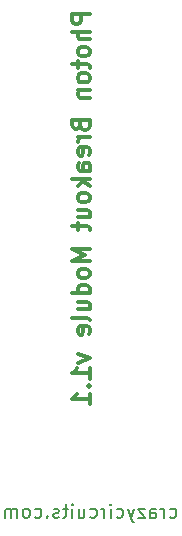
<source format=gbo>
%TF.GenerationSoftware,KiCad,Pcbnew,4.0.7-e2-6376~58~ubuntu16.04.1*%
%TF.CreationDate,2018-07-31T04:14:02-07:00*%
%TF.ProjectId,6x10-Photon-Breakout,367831302D50686F746F6E2D42726561,v1.1*%
%TF.FileFunction,Legend,Bot*%
%FSLAX46Y46*%
G04 Gerber Fmt 4.6, Leading zero omitted, Abs format (unit mm)*
G04 Created by KiCad (PCBNEW 4.0.7-e2-6376~58~ubuntu16.04.1) date Tue Jul 31 04:14:02 2018*
%MOMM*%
%LPD*%
G01*
G04 APERTURE LIST*
%ADD10C,0.350000*%
%ADD11C,0.300000*%
%ADD12C,0.177800*%
%ADD13C,6.152400*%
%ADD14C,1.879600*%
%ADD15R,2.184400X1.879600*%
%ADD16O,2.184400X1.879600*%
G04 APERTURE END LIST*
D10*
D11*
X79926571Y-51607715D02*
X78426571Y-51607715D01*
X78426571Y-52179143D01*
X78498000Y-52322001D01*
X78569429Y-52393429D01*
X78712286Y-52464858D01*
X78926571Y-52464858D01*
X79069429Y-52393429D01*
X79140857Y-52322001D01*
X79212286Y-52179143D01*
X79212286Y-51607715D01*
X79926571Y-53107715D02*
X78426571Y-53107715D01*
X79926571Y-53750572D02*
X79140857Y-53750572D01*
X78998000Y-53679143D01*
X78926571Y-53536286D01*
X78926571Y-53322001D01*
X78998000Y-53179143D01*
X79069429Y-53107715D01*
X79926571Y-54679144D02*
X79855143Y-54536286D01*
X79783714Y-54464858D01*
X79640857Y-54393429D01*
X79212286Y-54393429D01*
X79069429Y-54464858D01*
X78998000Y-54536286D01*
X78926571Y-54679144D01*
X78926571Y-54893429D01*
X78998000Y-55036286D01*
X79069429Y-55107715D01*
X79212286Y-55179144D01*
X79640857Y-55179144D01*
X79783714Y-55107715D01*
X79855143Y-55036286D01*
X79926571Y-54893429D01*
X79926571Y-54679144D01*
X78926571Y-55607715D02*
X78926571Y-56179144D01*
X78426571Y-55822001D02*
X79712286Y-55822001D01*
X79855143Y-55893429D01*
X79926571Y-56036287D01*
X79926571Y-56179144D01*
X79926571Y-56893430D02*
X79855143Y-56750572D01*
X79783714Y-56679144D01*
X79640857Y-56607715D01*
X79212286Y-56607715D01*
X79069429Y-56679144D01*
X78998000Y-56750572D01*
X78926571Y-56893430D01*
X78926571Y-57107715D01*
X78998000Y-57250572D01*
X79069429Y-57322001D01*
X79212286Y-57393430D01*
X79640857Y-57393430D01*
X79783714Y-57322001D01*
X79855143Y-57250572D01*
X79926571Y-57107715D01*
X79926571Y-56893430D01*
X78926571Y-58036287D02*
X79926571Y-58036287D01*
X79069429Y-58036287D02*
X78998000Y-58107715D01*
X78926571Y-58250573D01*
X78926571Y-58464858D01*
X78998000Y-58607715D01*
X79140857Y-58679144D01*
X79926571Y-58679144D01*
X79140857Y-61036287D02*
X79212286Y-61250573D01*
X79283714Y-61322001D01*
X79426571Y-61393430D01*
X79640857Y-61393430D01*
X79783714Y-61322001D01*
X79855143Y-61250573D01*
X79926571Y-61107715D01*
X79926571Y-60536287D01*
X78426571Y-60536287D01*
X78426571Y-61036287D01*
X78498000Y-61179144D01*
X78569429Y-61250573D01*
X78712286Y-61322001D01*
X78855143Y-61322001D01*
X78998000Y-61250573D01*
X79069429Y-61179144D01*
X79140857Y-61036287D01*
X79140857Y-60536287D01*
X79926571Y-62036287D02*
X78926571Y-62036287D01*
X79212286Y-62036287D02*
X79069429Y-62107715D01*
X78998000Y-62179144D01*
X78926571Y-62322001D01*
X78926571Y-62464858D01*
X79855143Y-63536286D02*
X79926571Y-63393429D01*
X79926571Y-63107715D01*
X79855143Y-62964858D01*
X79712286Y-62893429D01*
X79140857Y-62893429D01*
X78998000Y-62964858D01*
X78926571Y-63107715D01*
X78926571Y-63393429D01*
X78998000Y-63536286D01*
X79140857Y-63607715D01*
X79283714Y-63607715D01*
X79426571Y-62893429D01*
X79926571Y-64893429D02*
X79140857Y-64893429D01*
X78998000Y-64822000D01*
X78926571Y-64679143D01*
X78926571Y-64393429D01*
X78998000Y-64250572D01*
X79855143Y-64893429D02*
X79926571Y-64750572D01*
X79926571Y-64393429D01*
X79855143Y-64250572D01*
X79712286Y-64179143D01*
X79569429Y-64179143D01*
X79426571Y-64250572D01*
X79355143Y-64393429D01*
X79355143Y-64750572D01*
X79283714Y-64893429D01*
X79926571Y-65607715D02*
X78426571Y-65607715D01*
X79355143Y-65750572D02*
X79926571Y-66179143D01*
X78926571Y-66179143D02*
X79498000Y-65607715D01*
X79926571Y-67036287D02*
X79855143Y-66893429D01*
X79783714Y-66822001D01*
X79640857Y-66750572D01*
X79212286Y-66750572D01*
X79069429Y-66822001D01*
X78998000Y-66893429D01*
X78926571Y-67036287D01*
X78926571Y-67250572D01*
X78998000Y-67393429D01*
X79069429Y-67464858D01*
X79212286Y-67536287D01*
X79640857Y-67536287D01*
X79783714Y-67464858D01*
X79855143Y-67393429D01*
X79926571Y-67250572D01*
X79926571Y-67036287D01*
X78926571Y-68822001D02*
X79926571Y-68822001D01*
X78926571Y-68179144D02*
X79712286Y-68179144D01*
X79855143Y-68250572D01*
X79926571Y-68393430D01*
X79926571Y-68607715D01*
X79855143Y-68750572D01*
X79783714Y-68822001D01*
X78926571Y-69322001D02*
X78926571Y-69893430D01*
X78426571Y-69536287D02*
X79712286Y-69536287D01*
X79855143Y-69607715D01*
X79926571Y-69750573D01*
X79926571Y-69893430D01*
X79926571Y-71536287D02*
X78426571Y-71536287D01*
X79498000Y-72036287D01*
X78426571Y-72536287D01*
X79926571Y-72536287D01*
X79926571Y-73464859D02*
X79855143Y-73322001D01*
X79783714Y-73250573D01*
X79640857Y-73179144D01*
X79212286Y-73179144D01*
X79069429Y-73250573D01*
X78998000Y-73322001D01*
X78926571Y-73464859D01*
X78926571Y-73679144D01*
X78998000Y-73822001D01*
X79069429Y-73893430D01*
X79212286Y-73964859D01*
X79640857Y-73964859D01*
X79783714Y-73893430D01*
X79855143Y-73822001D01*
X79926571Y-73679144D01*
X79926571Y-73464859D01*
X79926571Y-75250573D02*
X78426571Y-75250573D01*
X79855143Y-75250573D02*
X79926571Y-75107716D01*
X79926571Y-74822002D01*
X79855143Y-74679144D01*
X79783714Y-74607716D01*
X79640857Y-74536287D01*
X79212286Y-74536287D01*
X79069429Y-74607716D01*
X78998000Y-74679144D01*
X78926571Y-74822002D01*
X78926571Y-75107716D01*
X78998000Y-75250573D01*
X78926571Y-76607716D02*
X79926571Y-76607716D01*
X78926571Y-75964859D02*
X79712286Y-75964859D01*
X79855143Y-76036287D01*
X79926571Y-76179145D01*
X79926571Y-76393430D01*
X79855143Y-76536287D01*
X79783714Y-76607716D01*
X79926571Y-77536288D02*
X79855143Y-77393430D01*
X79712286Y-77322002D01*
X78426571Y-77322002D01*
X79855143Y-78679144D02*
X79926571Y-78536287D01*
X79926571Y-78250573D01*
X79855143Y-78107716D01*
X79712286Y-78036287D01*
X79140857Y-78036287D01*
X78998000Y-78107716D01*
X78926571Y-78250573D01*
X78926571Y-78536287D01*
X78998000Y-78679144D01*
X79140857Y-78750573D01*
X79283714Y-78750573D01*
X79426571Y-78036287D01*
X78926571Y-80393430D02*
X79926571Y-80750573D01*
X78926571Y-81107715D01*
X79926571Y-82464858D02*
X79926571Y-81607715D01*
X79926571Y-82036287D02*
X78426571Y-82036287D01*
X78640857Y-81893430D01*
X78783714Y-81750572D01*
X78855143Y-81607715D01*
X79783714Y-83107715D02*
X79855143Y-83179143D01*
X79926571Y-83107715D01*
X79855143Y-83036286D01*
X79783714Y-83107715D01*
X79926571Y-83107715D01*
X79926571Y-84607715D02*
X79926571Y-83750572D01*
X79926571Y-84179144D02*
X78426571Y-84179144D01*
X78640857Y-84036287D01*
X78783714Y-83893429D01*
X78855143Y-83750572D01*
D12*
X86731928Y-94188643D02*
X86840785Y-94243071D01*
X87058499Y-94243071D01*
X87167357Y-94188643D01*
X87221785Y-94134214D01*
X87276214Y-94025357D01*
X87276214Y-93698786D01*
X87221785Y-93589929D01*
X87167357Y-93535500D01*
X87058499Y-93481071D01*
X86840785Y-93481071D01*
X86731928Y-93535500D01*
X86242071Y-94243071D02*
X86242071Y-93481071D01*
X86242071Y-93698786D02*
X86187643Y-93589929D01*
X86133214Y-93535500D01*
X86024357Y-93481071D01*
X85915500Y-93481071D01*
X85044643Y-94243071D02*
X85044643Y-93644357D01*
X85099072Y-93535500D01*
X85207929Y-93481071D01*
X85425643Y-93481071D01*
X85534500Y-93535500D01*
X85044643Y-94188643D02*
X85153500Y-94243071D01*
X85425643Y-94243071D01*
X85534500Y-94188643D01*
X85588929Y-94079786D01*
X85588929Y-93970929D01*
X85534500Y-93862071D01*
X85425643Y-93807643D01*
X85153500Y-93807643D01*
X85044643Y-93753214D01*
X84609214Y-93481071D02*
X84010500Y-93481071D01*
X84609214Y-94243071D01*
X84010500Y-94243071D01*
X83683928Y-93481071D02*
X83411785Y-94243071D01*
X83139643Y-93481071D02*
X83411785Y-94243071D01*
X83520643Y-94515214D01*
X83575071Y-94569643D01*
X83683928Y-94624071D01*
X82214357Y-94188643D02*
X82323214Y-94243071D01*
X82540928Y-94243071D01*
X82649786Y-94188643D01*
X82704214Y-94134214D01*
X82758643Y-94025357D01*
X82758643Y-93698786D01*
X82704214Y-93589929D01*
X82649786Y-93535500D01*
X82540928Y-93481071D01*
X82323214Y-93481071D01*
X82214357Y-93535500D01*
X81724500Y-94243071D02*
X81724500Y-93481071D01*
X81724500Y-93100071D02*
X81778929Y-93154500D01*
X81724500Y-93208929D01*
X81670072Y-93154500D01*
X81724500Y-93100071D01*
X81724500Y-93208929D01*
X81180214Y-94243071D02*
X81180214Y-93481071D01*
X81180214Y-93698786D02*
X81125786Y-93589929D01*
X81071357Y-93535500D01*
X80962500Y-93481071D01*
X80853643Y-93481071D01*
X79982786Y-94188643D02*
X80091643Y-94243071D01*
X80309357Y-94243071D01*
X80418215Y-94188643D01*
X80472643Y-94134214D01*
X80527072Y-94025357D01*
X80527072Y-93698786D01*
X80472643Y-93589929D01*
X80418215Y-93535500D01*
X80309357Y-93481071D01*
X80091643Y-93481071D01*
X79982786Y-93535500D01*
X79003072Y-93481071D02*
X79003072Y-94243071D01*
X79492929Y-93481071D02*
X79492929Y-94079786D01*
X79438501Y-94188643D01*
X79329643Y-94243071D01*
X79166358Y-94243071D01*
X79057501Y-94188643D01*
X79003072Y-94134214D01*
X78458786Y-94243071D02*
X78458786Y-93481071D01*
X78458786Y-93100071D02*
X78513215Y-93154500D01*
X78458786Y-93208929D01*
X78404358Y-93154500D01*
X78458786Y-93100071D01*
X78458786Y-93208929D01*
X78077786Y-93481071D02*
X77642357Y-93481071D01*
X77914500Y-93100071D02*
X77914500Y-94079786D01*
X77860072Y-94188643D01*
X77751214Y-94243071D01*
X77642357Y-94243071D01*
X77315786Y-94188643D02*
X77206929Y-94243071D01*
X76989214Y-94243071D01*
X76880357Y-94188643D01*
X76825929Y-94079786D01*
X76825929Y-94025357D01*
X76880357Y-93916500D01*
X76989214Y-93862071D01*
X77152500Y-93862071D01*
X77261357Y-93807643D01*
X77315786Y-93698786D01*
X77315786Y-93644357D01*
X77261357Y-93535500D01*
X77152500Y-93481071D01*
X76989214Y-93481071D01*
X76880357Y-93535500D01*
X76336071Y-94134214D02*
X76281643Y-94188643D01*
X76336071Y-94243071D01*
X76390500Y-94188643D01*
X76336071Y-94134214D01*
X76336071Y-94243071D01*
X75301928Y-94188643D02*
X75410785Y-94243071D01*
X75628499Y-94243071D01*
X75737357Y-94188643D01*
X75791785Y-94134214D01*
X75846214Y-94025357D01*
X75846214Y-93698786D01*
X75791785Y-93589929D01*
X75737357Y-93535500D01*
X75628499Y-93481071D01*
X75410785Y-93481071D01*
X75301928Y-93535500D01*
X74648785Y-94243071D02*
X74757643Y-94188643D01*
X74812071Y-94134214D01*
X74866500Y-94025357D01*
X74866500Y-93698786D01*
X74812071Y-93589929D01*
X74757643Y-93535500D01*
X74648785Y-93481071D01*
X74485500Y-93481071D01*
X74376643Y-93535500D01*
X74322214Y-93589929D01*
X74267785Y-93698786D01*
X74267785Y-94025357D01*
X74322214Y-94134214D01*
X74376643Y-94188643D01*
X74485500Y-94243071D01*
X74648785Y-94243071D01*
X73777928Y-94243071D02*
X73777928Y-93481071D01*
X73777928Y-93589929D02*
X73723500Y-93535500D01*
X73614642Y-93481071D01*
X73451357Y-93481071D01*
X73342500Y-93535500D01*
X73288071Y-93644357D01*
X73288071Y-94243071D01*
X73288071Y-93644357D02*
X73233642Y-93535500D01*
X73124785Y-93481071D01*
X72961500Y-93481071D01*
X72852642Y-93535500D01*
X72798214Y-93644357D01*
X72798214Y-94243071D01*
%LPC*%
D13*
X98999000Y-71800000D03*
X99000000Y-79800000D03*
X99000000Y-95800000D03*
X99000000Y-63800000D03*
X99000000Y-87800000D03*
X98999000Y-55800000D03*
X98999000Y-47800000D03*
X59000000Y-103800000D03*
X66999000Y-103800000D03*
X74999000Y-103800000D03*
X90999000Y-103800000D03*
X74999000Y-31800000D03*
X82999000Y-31800000D03*
X59000000Y-31800000D03*
X66999000Y-31800000D03*
X98999000Y-31800000D03*
X58999000Y-47800000D03*
X58999000Y-55800000D03*
X58999000Y-63800000D03*
X58999000Y-71800000D03*
X58999000Y-79800000D03*
X58999000Y-87800000D03*
X58999000Y-95800000D03*
X98999000Y-103800000D03*
X98999000Y-39800000D03*
X58999000Y-39800000D03*
X82999000Y-103800000D03*
X90999000Y-31800000D03*
D14*
X88066238Y-81643854D03*
X88066238Y-79103854D03*
X88066238Y-76563854D03*
X88066238Y-74023854D03*
X88066238Y-71483854D03*
X88066238Y-68943854D03*
X88066238Y-66403854D03*
X88066238Y-63863854D03*
X88066238Y-61323854D03*
X88066238Y-58783854D03*
X88066238Y-56243854D03*
X88066238Y-53703854D03*
X70286238Y-56243854D03*
X70286238Y-76563854D03*
X70286238Y-61323854D03*
X70286238Y-58783854D03*
X70286238Y-79103854D03*
X70286238Y-71483854D03*
X70286238Y-81643854D03*
X70286238Y-68943854D03*
X70286238Y-66403854D03*
X70286238Y-63863854D03*
X70286238Y-74023854D03*
X70286238Y-53703854D03*
D15*
X82931000Y-40640000D03*
D16*
X82931000Y-43180000D03*
X82931000Y-45720000D03*
D15*
X80391000Y-40640000D03*
D16*
X80391000Y-43180000D03*
X80391000Y-45720000D03*
D15*
X77851000Y-40640000D03*
D16*
X77851000Y-43180000D03*
X77851000Y-45720000D03*
D15*
X75311000Y-40640000D03*
D16*
X75311000Y-43180000D03*
X75311000Y-45720000D03*
M02*

</source>
